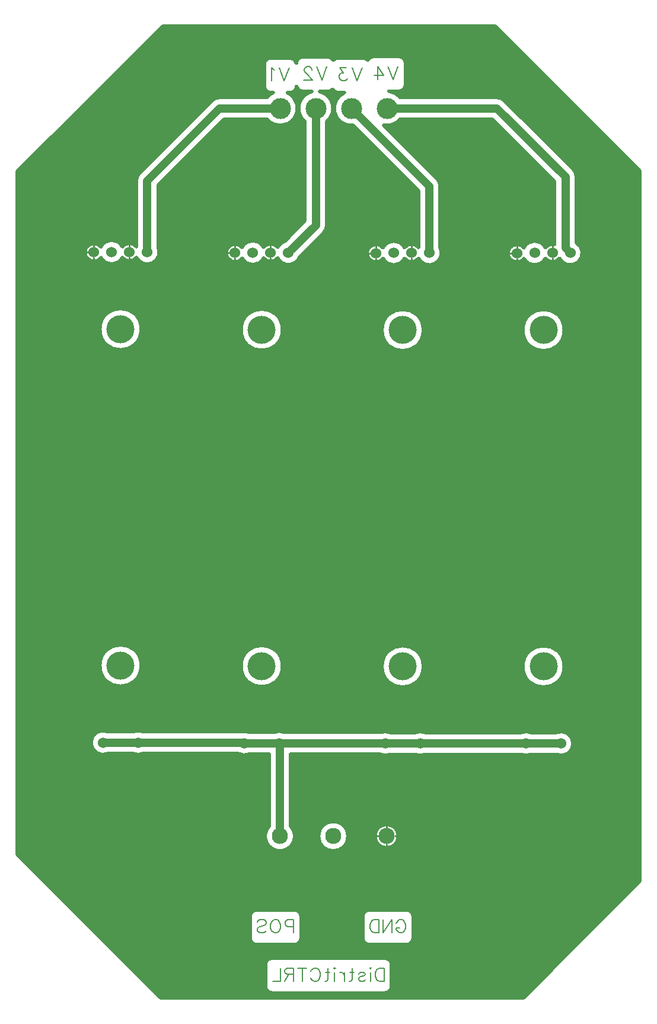
<source format=gbl>
G04 Layer: BottomLayer*
G04 EasyEDA Pro v2.2.45.4, 2025-12-09 12:56:18*
G04 Gerber Generator version 0.3*
G04 Scale: 100 percent, Rotated: No, Reflected: No*
G04 Dimensions in millimeters*
G04 Leading zeros omitted, absolute positions, 4 integers and 5 decimals*
G04 Generated by one-click*
%FSLAX45Y45*%
%MOMM*%
%ADD10C,0.5*%
%ADD11C,0.254*%
%ADD12C,0.203*%
%ADD13C,1.524*%
%ADD14C,3.99999*%
%ADD15C,2.3*%
%ADD16C,2.99999*%
%ADD17C,1.2062*%
%ADD18C,1.2*%
G75*


G04 Copper Start*
G36*
G01X2970355Y-14055000D02*
G01X2804075Y-13888720D01*
G01X4466596Y-13888720D01*
G01X4468426Y-13907303D01*
G01X4473847Y-13925172D01*
G01X4482649Y-13941640D01*
G01X4494495Y-13956075D01*
G01X4508930Y-13967921D01*
G01X4525398Y-13976723D01*
G01X4543267Y-13982144D01*
G01X4561850Y-13983974D01*
G01X6172200Y-13983974D01*
G01X6190783Y-13982144D01*
G01X6208652Y-13976723D01*
G01X6225120Y-13967921D01*
G01X6239555Y-13956075D01*
G01X6251401Y-13941640D01*
G01X6260203Y-13925172D01*
G01X6265624Y-13907303D01*
G01X6267454Y-13888720D01*
G01X6267454Y-13583920D01*
G01X6265624Y-13565337D01*
G01X6260203Y-13547468D01*
G01X6251401Y-13531000D01*
G01X6239555Y-13516565D01*
G01X6225120Y-13504719D01*
G01X6208652Y-13495917D01*
G01X6190783Y-13490496D01*
G01X6172200Y-13488666D01*
G01X4561850Y-13488666D01*
G01X4543267Y-13490496D01*
G01X4525398Y-13495917D01*
G01X4508930Y-13504719D01*
G01X4494495Y-13516565D01*
G01X4482649Y-13531000D01*
G01X4473847Y-13547468D01*
G01X4468426Y-13565337D01*
G01X4466596Y-13583920D01*
G01X4466596Y-13888720D01*
G01X4466596Y-13888720D01*
G01X2804075Y-13888720D01*
G01X2115355Y-13200000D01*
G01X4247292Y-13200000D01*
G01X4249122Y-13218583D01*
G01X4254543Y-13236452D01*
G01X4263345Y-13252920D01*
G01X4275191Y-13267355D01*
G01X4289626Y-13279201D01*
G01X4306094Y-13288003D01*
G01X4323963Y-13293424D01*
G01X4342546Y-13295254D01*
G01X4880000Y-13295254D01*
G01X4898583Y-13293424D01*
G01X4916452Y-13288003D01*
G01X4932920Y-13279201D01*
G01X4947355Y-13267355D01*
G01X4959201Y-13252920D01*
G01X4968003Y-13236452D01*
G01X4973424Y-13218583D01*
G01X4975254Y-13200000D01*
G01X5856182Y-13200000D01*
G01X5858012Y-13218583D01*
G01X5863433Y-13236452D01*
G01X5872235Y-13252920D01*
G01X5884081Y-13267355D01*
G01X5898516Y-13279201D01*
G01X5914984Y-13288003D01*
G01X5932853Y-13293424D01*
G01X5951436Y-13295254D01*
G01X6480000Y-13295254D01*
G01X6498583Y-13293424D01*
G01X6516452Y-13288003D01*
G01X6532920Y-13279201D01*
G01X6547355Y-13267355D01*
G01X6559201Y-13252920D01*
G01X6568003Y-13236452D01*
G01X6573424Y-13218583D01*
G01X6575254Y-13200000D01*
G01X6575254Y-12895200D01*
G01X6573424Y-12876617D01*
G01X6568003Y-12858748D01*
G01X6559201Y-12842280D01*
G01X6547355Y-12827845D01*
G01X6532920Y-12815999D01*
G01X6516452Y-12807197D01*
G01X6498583Y-12801776D01*
G01X6480000Y-12799946D01*
G01X5951436Y-12799946D01*
G01X5932853Y-12801776D01*
G01X5914984Y-12807197D01*
G01X5898516Y-12815999D01*
G01X5884081Y-12827845D01*
G01X5872235Y-12842280D01*
G01X5863433Y-12858748D01*
G01X5858012Y-12876617D01*
G01X5856182Y-12895200D01*
G01X5856182Y-13200000D01*
G01X5856182Y-13200000D01*
G01X4975254Y-13200000D01*
G01X4975254Y-12895200D01*
G01X4973424Y-12876617D01*
G01X4968003Y-12858748D01*
G01X4959201Y-12842280D01*
G01X4947355Y-12827845D01*
G01X4932920Y-12815999D01*
G01X4916452Y-12807197D01*
G01X4898583Y-12801776D01*
G01X4880000Y-12799946D01*
G01X4342546Y-12799946D01*
G01X4323963Y-12801776D01*
G01X4306094Y-12807197D01*
G01X4289626Y-12815999D01*
G01X4275191Y-12827845D01*
G01X4263345Y-12842280D01*
G01X4254543Y-12858748D01*
G01X4249122Y-12876617D01*
G01X4247292Y-12895200D01*
G01X4247292Y-13200000D01*
G01X4247292Y-13200000D01*
G01X2115355Y-13200000D01*
G01X925360Y-12010005D01*
G01X925360Y-10412285D01*
G01X1976247Y-10412285D01*
G01X1978009Y-10436805D01*
G01X1983260Y-10460820D01*
G01X1991891Y-10483838D01*
G01X2003725Y-10505384D01*
G01X2018518Y-10525017D01*
G01X2035968Y-10542332D01*
G01X2055714Y-10556974D01*
G01X2077351Y-10568642D01*
G01X2100434Y-10577096D01*
G01X2124489Y-10582161D01*
G01X2149021Y-10583734D01*
G01X2173526Y-10581783D01*
G01X2197501Y-10576348D01*
G01X2220451Y-10567540D01*
G01X2574949Y-10567540D01*
G01X2598321Y-10576475D01*
G01X2622744Y-10581914D01*
G01X2647700Y-10583739D01*
G01X2672655Y-10581914D01*
G01X2697078Y-10576475D01*
G01X2720450Y-10567540D01*
G01X4077339Y-10567540D01*
G01X4098604Y-10578182D01*
G01X4121137Y-10585780D01*
G01X4144504Y-10590187D01*
G01X4168257Y-10591319D01*
G01X4191937Y-10589153D01*
G01X4215090Y-10583732D01*
G01X4237271Y-10575160D01*
G01X4518346Y-10575160D01*
G01X4518346Y-11605715D01*
G01X4518346Y-11605715D01*
G01X4500564Y-11628063D01*
G01X4485975Y-11652614D01*
G01X4474847Y-11678915D01*
G01X4467386Y-11706482D01*
G01X4463730Y-11734806D01*
G01X4463945Y-11763364D01*
G01X4468029Y-11791629D01*
G01X4475906Y-11819080D01*
G01X4487430Y-11845210D01*
G01X4502388Y-11869538D01*
G01X4520506Y-11891614D01*
G01X4541448Y-11911031D01*
G01X4564828Y-11927431D01*
G01X4590215Y-11940512D01*
G01X4617140Y-11950031D01*
G01X4645107Y-11955814D01*
G01X4673600Y-11957754D01*
G01X4702093Y-11955814D01*
G01X4730060Y-11950031D01*
G01X4756985Y-11940512D01*
G01X4782372Y-11927431D01*
G01X4805752Y-11911031D01*
G01X4826694Y-11891614D01*
G01X4844812Y-11869538D01*
G01X4859770Y-11845210D01*
G01X4871294Y-11819080D01*
G01X4879171Y-11791629D01*
G01X4883255Y-11763364D01*
G01X4883374Y-11747500D01*
G01X5225346Y-11747500D01*
G01X5227304Y-11776130D01*
G01X5233143Y-11804226D01*
G01X5242753Y-11831265D01*
G01X5255955Y-11856745D01*
G01X5272504Y-11880189D01*
G01X5292091Y-11901161D01*
G01X5314351Y-11919271D01*
G01X5338870Y-11934181D01*
G01X5365190Y-11945614D01*
G01X5392823Y-11953356D01*
G01X5421252Y-11957264D01*
G01X5449948Y-11957264D01*
G01X5478377Y-11953356D01*
G01X5506010Y-11945614D01*
G01X5532330Y-11934181D01*
G01X5556849Y-11919271D01*
G01X5579109Y-11901161D01*
G01X5598696Y-11880189D01*
G01X5615245Y-11856745D01*
G01X5628447Y-11831265D01*
G01X5638057Y-11804226D01*
G01X5643896Y-11776130D01*
G01X5645854Y-11747500D01*
G01X6031946Y-11747500D01*
G01X6033796Y-11772189D01*
G01X6039306Y-11796327D01*
G01X6048351Y-11819374D01*
G01X6060730Y-11840816D01*
G01X6076167Y-11860173D01*
G01X6094317Y-11877013D01*
G01X6114773Y-11890960D01*
G01X6137080Y-11901703D01*
G01X6160739Y-11909000D01*
G01X6185221Y-11912691D01*
G01X6209979Y-11912691D01*
G01X6234461Y-11909000D01*
G01X6258120Y-11901703D01*
G01X6280427Y-11890960D01*
G01X6300883Y-11877013D01*
G01X6319033Y-11860173D01*
G01X6334470Y-11840816D01*
G01X6346849Y-11819374D01*
G01X6355894Y-11796327D01*
G01X6361404Y-11772189D01*
G01X6363254Y-11747500D01*
G01X6361404Y-11722811D01*
G01X6355894Y-11698673D01*
G01X6346849Y-11675626D01*
G01X6334470Y-11654184D01*
G01X6319033Y-11634827D01*
G01X6300883Y-11617987D01*
G01X6280427Y-11604040D01*
G01X6258120Y-11593297D01*
G01X6234461Y-11586000D01*
G01X6209979Y-11582309D01*
G01X6185221Y-11582309D01*
G01X6160739Y-11586000D01*
G01X6137080Y-11593297D01*
G01X6114773Y-11604040D01*
G01X6094317Y-11617987D01*
G01X6076167Y-11634827D01*
G01X6060730Y-11654184D01*
G01X6048351Y-11675626D01*
G01X6039306Y-11698673D01*
G01X6033796Y-11722811D01*
G01X6031946Y-11747500D01*
G01X6031946Y-11747500D01*
G01X5645854Y-11747500D01*
G01X5645854Y-11747500D01*
G01X5643896Y-11718870D01*
G01X5638057Y-11690774D01*
G01X5628447Y-11663735D01*
G01X5615245Y-11638255D01*
G01X5598696Y-11614811D01*
G01X5579109Y-11593839D01*
G01X5556849Y-11575729D01*
G01X5532330Y-11560819D01*
G01X5506010Y-11549386D01*
G01X5478377Y-11541644D01*
G01X5449948Y-11537736D01*
G01X5421252Y-11537736D01*
G01X5392823Y-11541644D01*
G01X5365190Y-11549386D01*
G01X5338870Y-11560819D01*
G01X5314351Y-11575729D01*
G01X5292091Y-11593839D01*
G01X5272504Y-11614811D01*
G01X5255955Y-11638255D01*
G01X5242753Y-11663735D01*
G01X5233143Y-11690774D01*
G01X5227304Y-11718870D01*
G01X5225346Y-11747500D01*
G01X5225346Y-11747500D01*
G01X4883374Y-11747500D01*
G01X4883470Y-11734806D01*
G01X4879814Y-11706482D01*
G01X4872353Y-11678915D01*
G01X4861225Y-11652614D01*
G01X4846636Y-11628063D01*
G01X4828854Y-11605715D01*
G01X4828854Y-10575160D01*
G01X6093471Y-10575160D01*
G01X6114361Y-10584899D01*
G01X6136369Y-10591748D01*
G01X6159096Y-10595584D01*
G01X6182133Y-10596337D01*
G01X6205062Y-10593993D01*
G01X6227470Y-10588595D01*
G01X6248951Y-10580240D01*
G01X6603449Y-10580240D01*
G01X6626821Y-10589175D01*
G01X6651244Y-10594614D01*
G01X6676200Y-10596439D01*
G01X6701155Y-10594614D01*
G01X6725578Y-10589175D01*
G01X6748950Y-10580240D01*
G01X8115130Y-10580240D01*
G01X8138502Y-10589175D01*
G01X8162925Y-10594614D01*
G01X8187881Y-10596439D01*
G01X8212836Y-10594614D01*
G01X8237259Y-10589175D01*
G01X8260631Y-10580240D01*
G01X8615129Y-10580240D01*
G01X8638079Y-10589048D01*
G01X8662054Y-10594483D01*
G01X8686559Y-10596434D01*
G01X8711091Y-10594861D01*
G01X8735146Y-10589796D01*
G01X8758229Y-10581342D01*
G01X8779866Y-10569674D01*
G01X8799612Y-10555032D01*
G01X8817062Y-10537717D01*
G01X8831855Y-10518084D01*
G01X8843689Y-10496538D01*
G01X8852320Y-10473520D01*
G01X8857571Y-10449505D01*
G01X8859333Y-10424985D01*
G01X8857571Y-10400466D01*
G01X8852320Y-10376451D01*
G01X8843689Y-10353433D01*
G01X8831855Y-10331887D01*
G01X8817062Y-10312254D01*
G01X8799612Y-10294939D01*
G01X8779866Y-10280297D01*
G01X8758229Y-10268629D01*
G01X8735146Y-10260175D01*
G01X8711091Y-10255110D01*
G01X8686559Y-10253537D01*
G01X8662054Y-10255488D01*
G01X8638079Y-10260923D01*
G01X8615129Y-10269731D01*
G01X8260631Y-10269731D01*
G01X8237259Y-10260796D01*
G01X8212836Y-10255357D01*
G01X8187881Y-10253532D01*
G01X8162925Y-10255357D01*
G01X8138502Y-10260796D01*
G01X8115130Y-10269731D01*
G01X6748950Y-10269731D01*
G01X6725578Y-10260796D01*
G01X6701155Y-10255357D01*
G01X6676200Y-10253532D01*
G01X6651244Y-10255357D01*
G01X6626821Y-10260796D01*
G01X6603449Y-10269731D01*
G01X6248951Y-10269731D01*
G01X6227657Y-10261435D01*
G01X6205448Y-10256045D01*
G01X6182720Y-10253656D01*
G01X6159877Y-10254310D01*
G01X6137323Y-10257998D01*
G01X6115460Y-10264651D01*
G01X4737270Y-10264651D01*
G01X4713898Y-10255716D01*
G01X4689475Y-10250277D01*
G01X4664520Y-10248452D01*
G01X4639564Y-10250277D01*
G01X4615141Y-10255716D01*
G01X4591769Y-10264651D01*
G01X4237271Y-10264651D01*
G01X4213059Y-10255466D01*
G01X4187740Y-10250031D01*
G01X4161891Y-10248472D01*
G01X4136103Y-10250823D01*
G01X4110962Y-10257031D01*
G01X2720450Y-10257031D01*
G01X2697078Y-10248096D01*
G01X2672655Y-10242657D01*
G01X2647700Y-10240832D01*
G01X2622744Y-10242657D01*
G01X2598321Y-10248096D01*
G01X2574949Y-10257031D01*
G01X2220451Y-10257031D01*
G01X2197501Y-10248223D01*
G01X2173526Y-10242788D01*
G01X2149021Y-10240837D01*
G01X2124489Y-10242410D01*
G01X2100434Y-10247475D01*
G01X2077351Y-10255929D01*
G01X2055714Y-10267597D01*
G01X2035968Y-10282239D01*
G01X2018518Y-10299554D01*
G01X2003725Y-10319187D01*
G01X1991891Y-10340733D01*
G01X1983260Y-10363751D01*
G01X1978009Y-10387766D01*
G01X1976247Y-10412285D01*
G01X925360Y-10412285D01*
G01X925360Y-9312288D01*
G01X2102446Y-9312288D01*
G01X2104443Y-9346565D01*
G01X2110405Y-9380378D01*
G01X2120252Y-9413270D01*
G01X2133852Y-9444797D01*
G01X2151019Y-9474532D01*
G01X2171523Y-9502073D01*
G01X2195085Y-9527047D01*
G01X2221387Y-9549118D01*
G01X2250073Y-9567985D01*
G01X2280756Y-9583394D01*
G01X2313020Y-9595138D01*
G01X2346430Y-9603056D01*
G01X2380533Y-9607042D01*
G01X2414867Y-9607042D01*
G01X2448970Y-9603056D01*
G01X2482380Y-9595138D01*
G01X2514644Y-9583394D01*
G01X2545327Y-9567985D01*
G01X2574013Y-9549118D01*
G01X2600315Y-9527047D01*
G01X2623877Y-9502073D01*
G01X2644381Y-9474532D01*
G01X2661548Y-9444797D01*
G01X2675148Y-9413270D01*
G01X2684995Y-9380378D01*
G01X2690957Y-9346565D01*
G01X2692510Y-9319908D01*
G01X4119266Y-9319908D01*
G01X4121263Y-9354185D01*
G01X4127225Y-9387998D01*
G01X4137072Y-9420890D01*
G01X4150672Y-9452417D01*
G01X4167839Y-9482152D01*
G01X4188343Y-9509693D01*
G01X4211905Y-9534667D01*
G01X4238207Y-9556738D01*
G01X4266893Y-9575605D01*
G01X4297576Y-9591014D01*
G01X4329840Y-9602758D01*
G01X4363250Y-9610676D01*
G01X4397353Y-9614662D01*
G01X4431687Y-9614662D01*
G01X4465790Y-9610676D01*
G01X4499200Y-9602758D01*
G01X4531464Y-9591014D01*
G01X4562147Y-9575605D01*
G01X4590833Y-9556738D01*
G01X4617135Y-9534667D01*
G01X4640697Y-9509693D01*
G01X4661201Y-9482152D01*
G01X4678368Y-9452417D01*
G01X4691968Y-9420890D01*
G01X4701815Y-9387998D01*
G01X4707777Y-9354185D01*
G01X4709478Y-9324988D01*
G01X6130946Y-9324988D01*
G01X6132943Y-9359265D01*
G01X6138905Y-9393078D01*
G01X6148752Y-9425970D01*
G01X6162352Y-9457497D01*
G01X6179519Y-9487232D01*
G01X6200023Y-9514773D01*
G01X6223585Y-9539747D01*
G01X6249887Y-9561818D01*
G01X6278573Y-9580685D01*
G01X6309256Y-9596094D01*
G01X6341520Y-9607838D01*
G01X6374930Y-9615756D01*
G01X6409033Y-9619742D01*
G01X6443367Y-9619742D01*
G01X6477470Y-9615756D01*
G01X6510880Y-9607838D01*
G01X6543144Y-9596094D01*
G01X6573827Y-9580685D01*
G01X6602513Y-9561818D01*
G01X6628815Y-9539747D01*
G01X6652377Y-9514773D01*
G01X6672881Y-9487232D01*
G01X6690048Y-9457497D01*
G01X6703648Y-9425970D01*
G01X6713495Y-9393078D01*
G01X6719457Y-9359265D01*
G01X6721454Y-9324988D01*
G01X8142626Y-9324988D01*
G01X8144623Y-9359265D01*
G01X8150585Y-9393078D01*
G01X8160432Y-9425970D01*
G01X8174032Y-9457497D01*
G01X8191199Y-9487232D01*
G01X8211703Y-9514773D01*
G01X8235265Y-9539747D01*
G01X8261567Y-9561818D01*
G01X8290253Y-9580685D01*
G01X8320936Y-9596094D01*
G01X8353200Y-9607838D01*
G01X8386610Y-9615756D01*
G01X8420713Y-9619742D01*
G01X8455047Y-9619742D01*
G01X8489150Y-9615756D01*
G01X8522560Y-9607838D01*
G01X8554824Y-9596094D01*
G01X8585507Y-9580685D01*
G01X8614193Y-9561818D01*
G01X8640495Y-9539747D01*
G01X8664057Y-9514773D01*
G01X8684561Y-9487232D01*
G01X8701728Y-9457497D01*
G01X8715328Y-9425970D01*
G01X8725175Y-9393078D01*
G01X8731137Y-9359265D01*
G01X8733134Y-9324988D01*
G01X8731137Y-9290711D01*
G01X8725175Y-9256898D01*
G01X8715328Y-9224005D01*
G01X8701728Y-9192478D01*
G01X8684561Y-9162743D01*
G01X8664057Y-9135202D01*
G01X8640495Y-9110228D01*
G01X8614193Y-9088158D01*
G01X8585507Y-9069291D01*
G01X8554824Y-9053881D01*
G01X8522560Y-9042138D01*
G01X8489150Y-9034220D01*
G01X8455047Y-9030234D01*
G01X8420713Y-9030234D01*
G01X8386610Y-9034220D01*
G01X8353200Y-9042138D01*
G01X8320936Y-9053881D01*
G01X8290253Y-9069291D01*
G01X8261567Y-9088158D01*
G01X8235265Y-9110228D01*
G01X8211703Y-9135202D01*
G01X8191199Y-9162743D01*
G01X8174032Y-9192478D01*
G01X8160432Y-9224005D01*
G01X8150585Y-9256898D01*
G01X8144623Y-9290711D01*
G01X8142626Y-9324988D01*
G01X8142626Y-9324988D01*
G01X6721454Y-9324988D01*
G01X6719457Y-9290711D01*
G01X6713495Y-9256898D01*
G01X6703648Y-9224005D01*
G01X6690048Y-9192478D01*
G01X6672881Y-9162743D01*
G01X6652377Y-9135202D01*
G01X6628815Y-9110228D01*
G01X6602513Y-9088158D01*
G01X6573827Y-9069291D01*
G01X6543144Y-9053881D01*
G01X6510880Y-9042138D01*
G01X6477470Y-9034220D01*
G01X6443367Y-9030234D01*
G01X6409033Y-9030234D01*
G01X6374930Y-9034220D01*
G01X6341520Y-9042138D01*
G01X6309256Y-9053881D01*
G01X6278573Y-9069291D01*
G01X6249887Y-9088158D01*
G01X6223585Y-9110228D01*
G01X6200023Y-9135202D01*
G01X6179519Y-9162743D01*
G01X6162352Y-9192478D01*
G01X6148752Y-9224005D01*
G01X6138905Y-9256898D01*
G01X6132943Y-9290711D01*
G01X6130946Y-9324988D01*
G01X6130946Y-9324988D01*
G01X4709478Y-9324988D01*
G01X4709774Y-9319908D01*
G01X4707777Y-9285631D01*
G01X4701815Y-9251818D01*
G01X4691968Y-9218925D01*
G01X4678368Y-9187398D01*
G01X4661201Y-9157663D01*
G01X4640697Y-9130122D01*
G01X4617135Y-9105148D01*
G01X4590833Y-9083078D01*
G01X4562147Y-9064211D01*
G01X4531464Y-9048801D01*
G01X4499200Y-9037058D01*
G01X4465790Y-9029140D01*
G01X4431687Y-9025154D01*
G01X4397353Y-9025154D01*
G01X4363250Y-9029140D01*
G01X4329840Y-9037058D01*
G01X4297576Y-9048801D01*
G01X4266893Y-9064211D01*
G01X4238207Y-9083078D01*
G01X4211905Y-9105148D01*
G01X4188343Y-9130122D01*
G01X4167839Y-9157663D01*
G01X4150672Y-9187398D01*
G01X4137072Y-9218925D01*
G01X4127225Y-9251818D01*
G01X4121263Y-9285631D01*
G01X4119266Y-9319908D01*
G01X4119266Y-9319908D01*
G01X2692510Y-9319908D01*
G01X2692954Y-9312288D01*
G01X2690957Y-9278011D01*
G01X2684995Y-9244198D01*
G01X2675148Y-9211305D01*
G01X2661548Y-9179778D01*
G01X2644381Y-9150043D01*
G01X2623877Y-9122502D01*
G01X2600315Y-9097528D01*
G01X2574013Y-9075458D01*
G01X2545327Y-9056591D01*
G01X2514644Y-9041181D01*
G01X2482380Y-9029438D01*
G01X2448970Y-9021520D01*
G01X2414867Y-9017534D01*
G01X2380533Y-9017534D01*
G01X2346430Y-9021520D01*
G01X2313020Y-9029438D01*
G01X2280756Y-9041181D01*
G01X2250073Y-9056591D01*
G01X2221387Y-9075458D01*
G01X2195085Y-9097528D01*
G01X2171523Y-9122502D01*
G01X2151019Y-9150043D01*
G01X2133852Y-9179778D01*
G01X2120252Y-9211305D01*
G01X2110405Y-9244198D01*
G01X2104443Y-9278011D01*
G01X2102446Y-9312288D01*
G01X2102446Y-9312288D01*
G01X925360Y-9312288D01*
G01X925360Y-4512297D01*
G01X2102446Y-4512297D01*
G01X2104443Y-4546574D01*
G01X2110405Y-4580387D01*
G01X2120252Y-4613280D01*
G01X2133852Y-4644807D01*
G01X2151019Y-4674542D01*
G01X2171523Y-4702083D01*
G01X2195085Y-4727057D01*
G01X2221387Y-4749127D01*
G01X2250073Y-4767994D01*
G01X2280756Y-4783404D01*
G01X2313020Y-4795147D01*
G01X2346430Y-4803065D01*
G01X2380533Y-4807051D01*
G01X2414867Y-4807051D01*
G01X2448970Y-4803065D01*
G01X2482380Y-4795147D01*
G01X2514644Y-4783404D01*
G01X2545327Y-4767994D01*
G01X2574013Y-4749127D01*
G01X2600315Y-4727057D01*
G01X2623877Y-4702083D01*
G01X2644381Y-4674542D01*
G01X2661548Y-4644807D01*
G01X2675148Y-4613280D01*
G01X2684995Y-4580387D01*
G01X2690957Y-4546574D01*
G01X2692510Y-4519917D01*
G01X4119266Y-4519917D01*
G01X4121263Y-4554194D01*
G01X4127225Y-4588007D01*
G01X4137072Y-4620900D01*
G01X4150672Y-4652427D01*
G01X4167839Y-4682162D01*
G01X4188343Y-4709703D01*
G01X4211905Y-4734677D01*
G01X4238207Y-4756747D01*
G01X4266893Y-4775614D01*
G01X4297576Y-4791024D01*
G01X4329840Y-4802767D01*
G01X4363250Y-4810685D01*
G01X4397353Y-4814671D01*
G01X4431687Y-4814671D01*
G01X4465790Y-4810685D01*
G01X4499200Y-4802767D01*
G01X4531464Y-4791024D01*
G01X4562147Y-4775614D01*
G01X4590833Y-4756747D01*
G01X4617135Y-4734677D01*
G01X4640697Y-4709703D01*
G01X4661201Y-4682162D01*
G01X4678368Y-4652427D01*
G01X4691968Y-4620900D01*
G01X4701815Y-4588007D01*
G01X4707777Y-4554194D01*
G01X4709478Y-4524997D01*
G01X6130946Y-4524997D01*
G01X6132943Y-4559274D01*
G01X6138905Y-4593087D01*
G01X6148752Y-4625980D01*
G01X6162352Y-4657507D01*
G01X6179519Y-4687242D01*
G01X6200023Y-4714783D01*
G01X6223585Y-4739757D01*
G01X6249887Y-4761827D01*
G01X6278573Y-4780694D01*
G01X6309256Y-4796104D01*
G01X6341520Y-4807847D01*
G01X6374930Y-4815765D01*
G01X6409033Y-4819751D01*
G01X6443367Y-4819751D01*
G01X6477470Y-4815765D01*
G01X6510880Y-4807847D01*
G01X6543144Y-4796104D01*
G01X6573827Y-4780694D01*
G01X6602513Y-4761827D01*
G01X6628815Y-4739757D01*
G01X6652377Y-4714783D01*
G01X6672881Y-4687242D01*
G01X6690048Y-4657507D01*
G01X6703648Y-4625980D01*
G01X6713495Y-4593087D01*
G01X6719457Y-4559274D01*
G01X6721454Y-4524997D01*
G01X8142626Y-4524997D01*
G01X8144623Y-4559274D01*
G01X8150585Y-4593087D01*
G01X8160432Y-4625980D01*
G01X8174032Y-4657507D01*
G01X8191199Y-4687242D01*
G01X8211703Y-4714783D01*
G01X8235265Y-4739757D01*
G01X8261567Y-4761827D01*
G01X8290253Y-4780694D01*
G01X8320936Y-4796104D01*
G01X8353200Y-4807847D01*
G01X8386610Y-4815765D01*
G01X8420713Y-4819751D01*
G01X8455047Y-4819751D01*
G01X8489150Y-4815765D01*
G01X8522560Y-4807847D01*
G01X8554824Y-4796104D01*
G01X8585507Y-4780694D01*
G01X8614193Y-4761827D01*
G01X8640495Y-4739757D01*
G01X8664057Y-4714783D01*
G01X8684561Y-4687242D01*
G01X8701728Y-4657507D01*
G01X8715328Y-4625980D01*
G01X8725175Y-4593087D01*
G01X8731137Y-4559274D01*
G01X8733134Y-4524997D01*
G01X8731137Y-4490720D01*
G01X8725175Y-4456907D01*
G01X8715328Y-4424015D01*
G01X8701728Y-4392488D01*
G01X8684561Y-4362753D01*
G01X8664057Y-4335212D01*
G01X8640495Y-4310238D01*
G01X8614193Y-4288167D01*
G01X8585507Y-4269300D01*
G01X8554824Y-4253891D01*
G01X8522560Y-4242147D01*
G01X8489150Y-4234229D01*
G01X8455047Y-4230243D01*
G01X8420713Y-4230243D01*
G01X8386610Y-4234229D01*
G01X8353200Y-4242147D01*
G01X8320936Y-4253891D01*
G01X8290253Y-4269300D01*
G01X8261567Y-4288167D01*
G01X8235265Y-4310238D01*
G01X8211703Y-4335212D01*
G01X8191199Y-4362753D01*
G01X8174032Y-4392488D01*
G01X8160432Y-4424015D01*
G01X8150585Y-4456907D01*
G01X8144623Y-4490720D01*
G01X8142626Y-4524997D01*
G01X8142626Y-4524997D01*
G01X6721454Y-4524997D01*
G01X6721454Y-4524997D01*
G01X6719457Y-4490720D01*
G01X6713495Y-4456907D01*
G01X6703648Y-4424015D01*
G01X6690048Y-4392488D01*
G01X6672881Y-4362753D01*
G01X6652377Y-4335212D01*
G01X6628815Y-4310238D01*
G01X6602513Y-4288167D01*
G01X6573827Y-4269300D01*
G01X6543144Y-4253891D01*
G01X6510880Y-4242147D01*
G01X6477470Y-4234229D01*
G01X6443367Y-4230243D01*
G01X6409033Y-4230243D01*
G01X6374930Y-4234229D01*
G01X6341520Y-4242147D01*
G01X6309256Y-4253891D01*
G01X6278573Y-4269300D01*
G01X6249887Y-4288167D01*
G01X6223585Y-4310238D01*
G01X6200023Y-4335212D01*
G01X6179519Y-4362753D01*
G01X6162352Y-4392488D01*
G01X6148752Y-4424015D01*
G01X6138905Y-4456907D01*
G01X6132943Y-4490720D01*
G01X6130946Y-4524997D01*
G01X6130946Y-4524997D01*
G01X4709478Y-4524997D01*
G01X4709774Y-4519917D01*
G01X4707777Y-4485640D01*
G01X4701815Y-4451827D01*
G01X4691968Y-4418935D01*
G01X4678368Y-4387408D01*
G01X4661201Y-4357673D01*
G01X4640697Y-4330132D01*
G01X4617135Y-4305158D01*
G01X4590833Y-4283087D01*
G01X4562147Y-4264220D01*
G01X4531464Y-4248811D01*
G01X4499200Y-4237067D01*
G01X4465790Y-4229149D01*
G01X4431687Y-4225163D01*
G01X4397353Y-4225163D01*
G01X4363250Y-4229149D01*
G01X4329840Y-4237067D01*
G01X4297576Y-4248811D01*
G01X4266893Y-4264220D01*
G01X4238207Y-4283087D01*
G01X4211905Y-4305158D01*
G01X4188343Y-4330132D01*
G01X4167839Y-4357673D01*
G01X4150672Y-4387408D01*
G01X4137072Y-4418935D01*
G01X4127225Y-4451827D01*
G01X4121263Y-4485640D01*
G01X4119266Y-4519917D01*
G01X4119266Y-4519917D01*
G01X2692510Y-4519917D01*
G01X2692954Y-4512297D01*
G01X2690957Y-4478020D01*
G01X2684995Y-4444207D01*
G01X2675148Y-4411315D01*
G01X2661548Y-4379788D01*
G01X2644381Y-4350053D01*
G01X2623877Y-4322512D01*
G01X2600315Y-4297538D01*
G01X2574013Y-4275467D01*
G01X2545327Y-4256600D01*
G01X2514644Y-4241191D01*
G01X2482380Y-4229447D01*
G01X2448970Y-4221529D01*
G01X2414867Y-4217543D01*
G01X2380533Y-4217543D01*
G01X2346430Y-4221529D01*
G01X2313020Y-4229447D01*
G01X2280756Y-4241191D01*
G01X2250073Y-4256600D01*
G01X2221387Y-4275467D01*
G01X2195085Y-4297538D01*
G01X2171523Y-4322512D01*
G01X2151019Y-4350053D01*
G01X2133852Y-4379788D01*
G01X2120252Y-4411315D01*
G01X2110405Y-4444207D01*
G01X2104443Y-4478020D01*
G01X2102446Y-4512297D01*
G01X2102446Y-4512297D01*
G01X925360Y-4512297D01*
G01X925360Y-3418297D01*
G01X1889863Y-3418297D01*
G01X1892216Y-3440702D01*
G01X1898496Y-3462337D01*
G01X1908503Y-3482520D01*
G01X1921923Y-3500615D01*
G01X1938332Y-3516050D01*
G01X1957213Y-3528340D01*
G01X1977969Y-3537096D01*
G01X1999948Y-3542042D01*
G01X2022454Y-3543023D01*
G01X2044779Y-3540007D01*
G01X2066219Y-3533089D01*
G01X2086097Y-3522488D01*
G01X2103786Y-3508538D01*
G01X2118729Y-3491679D01*
G01X2131924Y-3512985D01*
G01X2148084Y-3532140D01*
G01X2166864Y-3548734D01*
G01X2187862Y-3562414D01*
G01X2210630Y-3572886D01*
G01X2234682Y-3579927D01*
G01X2259503Y-3583387D01*
G01X2284563Y-3583192D01*
G01X2309327Y-3579346D01*
G01X2333266Y-3571930D01*
G01X2355868Y-3561105D01*
G01X2376650Y-3547100D01*
G01X2395169Y-3530215D01*
G01X2411029Y-3510810D01*
G01X2423890Y-3489301D01*
G01X2438092Y-3504987D01*
G01X2454704Y-3518094D01*
G01X2473264Y-3528257D01*
G01X2493254Y-3535194D01*
G01X2514120Y-3538711D01*
G01X2535280Y-3538711D01*
G01X2556145Y-3535194D01*
G01X2576136Y-3528257D01*
G01X2594695Y-3518094D01*
G01X2611307Y-3504987D01*
G01X2625509Y-3489301D01*
G01X2637904Y-3510143D01*
G01X2653116Y-3529027D01*
G01X2670839Y-3545576D01*
G01X2690719Y-3559459D01*
G01X2712360Y-3570399D01*
G01X2735327Y-3578177D01*
G01X2759162Y-3582637D01*
G01X2783388Y-3583689D01*
G01X2807519Y-3581314D01*
G01X2831075Y-3575558D01*
G01X2853583Y-3566536D01*
G01X2874592Y-3554429D01*
G01X2893684Y-3539480D01*
G01X2910476Y-3521987D01*
G01X2924632Y-3502299D01*
G01X2935870Y-3480812D01*
G01X2943963Y-3457954D01*
G01X2948751Y-3434183D01*
G01X2950137Y-3409974D01*
G01X2948095Y-3385812D01*
G01X2942664Y-3362179D01*
G01X2933953Y-3339549D01*
G01X2933953Y-2457049D01*
G01X3875748Y-1515254D01*
G01X4488143Y-1515254D01*
G01X4509623Y-1538322D01*
G01X4533884Y-1558444D01*
G01X4560526Y-1575289D01*
G01X4589108Y-1588577D01*
G01X4619158Y-1598090D01*
G01X4650180Y-1603671D01*
G01X4681661Y-1605226D01*
G01X4713082Y-1602732D01*
G01X4743924Y-1596228D01*
G01X4773677Y-1585822D01*
G01X4801849Y-1571686D01*
G01X4827976Y-1554053D01*
G01X4851625Y-1533216D01*
G01X4872407Y-1509517D01*
G01X4889978Y-1483349D01*
G01X4904047Y-1455143D01*
G01X4914383Y-1425366D01*
G01X4920814Y-1394509D01*
G01X4923234Y-1363082D01*
G01X4921604Y-1331604D01*
G01X4915951Y-1300595D01*
G01X4906367Y-1270568D01*
G01X4893010Y-1242017D01*
G01X4876103Y-1215416D01*
G01X4855923Y-1191202D01*
G01X4832805Y-1169777D01*
G01X4807130Y-1151493D01*
G01X4779321Y-1136654D01*
G01X4815840Y-1136654D01*
G01X4833941Y-1134918D01*
G01X4851382Y-1129775D01*
G01X4867528Y-1121410D01*
G01X4881791Y-1110130D01*
G01X4893650Y-1096345D01*
G01X4902673Y-1080558D01*
G01X4908532Y-1063344D01*
G01X4911013Y-1045330D01*
G01X4916512Y-1063086D01*
G01X4925356Y-1079436D01*
G01X4937206Y-1093756D01*
G01X4951611Y-1105503D01*
G01X4968024Y-1114229D01*
G01X4985819Y-1119600D01*
G01X5004318Y-1121414D01*
G01X5129201Y-1121414D01*
G01X5100250Y-1130225D01*
G01X5072605Y-1142535D01*
G01X5046687Y-1158155D01*
G01X5022890Y-1176849D01*
G01X5001575Y-1198331D01*
G01X4983069Y-1222274D01*
G01X4967652Y-1248314D01*
G01X4955560Y-1276054D01*
G01X4946976Y-1305073D01*
G01X4942031Y-1334928D01*
G01X4940801Y-1365164D01*
G01X4943303Y-1395322D01*
G01X4949501Y-1424942D01*
G01X4959299Y-1453574D01*
G01X4972549Y-1480781D01*
G01X4989048Y-1506149D01*
G01X5008546Y-1529291D01*
G01X5030746Y-1549857D01*
G01X5030746Y-2965130D01*
G01X4737180Y-3258696D01*
G01X4713507Y-3269353D01*
G01X4691713Y-3283462D01*
G01X4672300Y-3300699D01*
G01X4655712Y-3320671D01*
G01X4642329Y-3342918D01*
G01X4628127Y-3327232D01*
G01X4611515Y-3314125D01*
G01X4592956Y-3303962D01*
G01X4572965Y-3297025D01*
G01X4552100Y-3293508D01*
G01X4530940Y-3293508D01*
G01X4510074Y-3297025D01*
G01X4490084Y-3303962D01*
G01X4471524Y-3314125D01*
G01X4454912Y-3327232D01*
G01X4440710Y-3342918D01*
G01X4427641Y-3321114D01*
G01X4411493Y-3301483D01*
G01X4392619Y-3284455D01*
G01X4371435Y-3270404D01*
G01X4348406Y-3259641D01*
G01X4324039Y-3252400D01*
G01X4298870Y-3248842D01*
G01X4273451Y-3249044D01*
G01X4248341Y-3253002D01*
G01X4224092Y-3260629D01*
G01X4201238Y-3271758D01*
G01X4180280Y-3286144D01*
G01X4161679Y-3303470D01*
G01X4145845Y-3323356D01*
G01X4133125Y-3345364D01*
G01X4117659Y-3328984D01*
G01X4099539Y-3315598D01*
G01X4079337Y-3305628D01*
G01X4057690Y-3299389D01*
G01X4035281Y-3297078D01*
G01X4012816Y-3298767D01*
G01X3991005Y-3304403D01*
G01X3970534Y-3313808D01*
G01X3952050Y-3326686D01*
G01X3936135Y-3342630D01*
G01X3923292Y-3361139D01*
G01X3913925Y-3381627D01*
G01X3908329Y-3403449D01*
G01X3906683Y-3425917D01*
G01X3909036Y-3448322D01*
G01X3915316Y-3469957D01*
G01X3925323Y-3490140D01*
G01X3938743Y-3508235D01*
G01X3955152Y-3523670D01*
G01X3974033Y-3535960D01*
G01X3994789Y-3544716D01*
G01X4016768Y-3549662D01*
G01X4039274Y-3550643D01*
G01X4061599Y-3547627D01*
G01X4083039Y-3540709D01*
G01X4102917Y-3530108D01*
G01X4120606Y-3516158D01*
G01X4135549Y-3499299D01*
G01X4148744Y-3520605D01*
G01X4164904Y-3539760D01*
G01X4183684Y-3556354D01*
G01X4204682Y-3570034D01*
G01X4227450Y-3580506D01*
G01X4251502Y-3587547D01*
G01X4276323Y-3591007D01*
G01X4301383Y-3590812D01*
G01X4326147Y-3586966D01*
G01X4350086Y-3579550D01*
G01X4372688Y-3568725D01*
G01X4393470Y-3554720D01*
G01X4411989Y-3537835D01*
G01X4427849Y-3518430D01*
G01X4440710Y-3496921D01*
G01X4454912Y-3512607D01*
G01X4471524Y-3525714D01*
G01X4490084Y-3535877D01*
G01X4510074Y-3542814D01*
G01X4530940Y-3546331D01*
G01X4552100Y-3546331D01*
G01X4572965Y-3542814D01*
G01X4592956Y-3535877D01*
G01X4611515Y-3525714D01*
G01X4628127Y-3512607D01*
G01X4642329Y-3496921D01*
G01X4655116Y-3518324D01*
G01X4670872Y-3537646D01*
G01X4689263Y-3554478D01*
G01X4709901Y-3568466D01*
G01X4732349Y-3579312D01*
G01X4756133Y-3586788D01*
G01X4780750Y-3590736D01*
G01X4805679Y-3591072D01*
G01X4830393Y-3587789D01*
G01X4854370Y-3580957D01*
G01X4877102Y-3570720D01*
G01X4898109Y-3557294D01*
G01X4916948Y-3540963D01*
G01X4933218Y-3522073D01*
G01X4946578Y-3501023D01*
G01X4956743Y-3478258D01*
G01X5295781Y-3139220D01*
G01X5311603Y-3120695D01*
G01X5324332Y-3099923D01*
G01X5333655Y-3077415D01*
G01X5339343Y-3053726D01*
G01X5341254Y-3029439D01*
G01X5341254Y-1549857D01*
G01X5363454Y-1529291D01*
G01X5382952Y-1506149D01*
G01X5399451Y-1480781D01*
G01X5412701Y-1453574D01*
G01X5422499Y-1424942D01*
G01X5428697Y-1395322D01*
G01X5431199Y-1365164D01*
G01X5429969Y-1334928D01*
G01X5425024Y-1305073D01*
G01X5416440Y-1276054D01*
G01X5404348Y-1248314D01*
G01X5388931Y-1222274D01*
G01X5370425Y-1198331D01*
G01X5349110Y-1176849D01*
G01X5325313Y-1158155D01*
G01X5299395Y-1142535D01*
G01X5271750Y-1130225D01*
G01X5242799Y-1121414D01*
G01X5354320Y-1121414D01*
G01X5370232Y-1120076D01*
G01X5385696Y-1116098D01*
G01X5400279Y-1109593D01*
G01X5413570Y-1100744D01*
G01X5425196Y-1089799D01*
G01X5434750Y-1103197D01*
G01X5446468Y-1114750D01*
G01X5459999Y-1124115D01*
G01X5474939Y-1131011D01*
G01X5490844Y-1135233D01*
G01X5507238Y-1136654D01*
G01X5592679Y-1136654D01*
G01X5565001Y-1151413D01*
G01X5539433Y-1169584D01*
G01X5516393Y-1190869D01*
G01X5496259Y-1214921D01*
G01X5479359Y-1241346D01*
G01X5465970Y-1269712D01*
G01X5456312Y-1299555D01*
G01X5450541Y-1330387D01*
G01X5448752Y-1361703D01*
G01X5450975Y-1392991D01*
G01X5457174Y-1423739D01*
G01X5467246Y-1453445D01*
G01X5481027Y-1481622D01*
G01X5498292Y-1507810D01*
G01X5518759Y-1531581D01*
G01X5542091Y-1552544D01*
G01X5567909Y-1570358D01*
G01X5595789Y-1584731D01*
G01X5625276Y-1595428D01*
G01X5655887Y-1602274D01*
G01X5687121Y-1605157D01*
G01X5718468Y-1604030D01*
G01X6651945Y-2537508D01*
G01X6651945Y-3345368D01*
G01X6637562Y-3330263D01*
G01X6620898Y-3317720D01*
G01X6602404Y-3308077D01*
G01X6582580Y-3301595D01*
G01X6561961Y-3298449D01*
G01X6541106Y-3298723D01*
G01X6520578Y-3302412D01*
G01X6500931Y-3309414D01*
G01X6482698Y-3319542D01*
G01X6466370Y-3332519D01*
G01X6452390Y-3347998D01*
G01X6439321Y-3326194D01*
G01X6423173Y-3306563D01*
G01X6404299Y-3289535D01*
G01X6383115Y-3275484D01*
G01X6360086Y-3264721D01*
G01X6335719Y-3257480D01*
G01X6310550Y-3253922D01*
G01X6285131Y-3254124D01*
G01X6260021Y-3258082D01*
G01X6235772Y-3265709D01*
G01X6212918Y-3276838D01*
G01X6191960Y-3291224D01*
G01X6173359Y-3308550D01*
G01X6157525Y-3328436D01*
G01X6144805Y-3350444D01*
G01X6129339Y-3334064D01*
G01X6111219Y-3320678D01*
G01X6091017Y-3310708D01*
G01X6069370Y-3304469D01*
G01X6046961Y-3302158D01*
G01X6024496Y-3303847D01*
G01X6002685Y-3309483D01*
G01X5982214Y-3318888D01*
G01X5963730Y-3331766D01*
G01X5947815Y-3347710D01*
G01X5934972Y-3366219D01*
G01X5925605Y-3386707D01*
G01X5920009Y-3408529D01*
G01X5918363Y-3430997D01*
G01X5920716Y-3453402D01*
G01X5926996Y-3475037D01*
G01X5937003Y-3495220D01*
G01X5950423Y-3513315D01*
G01X5966832Y-3528750D01*
G01X5985713Y-3541040D01*
G01X6006469Y-3549796D01*
G01X6028448Y-3554742D01*
G01X6050954Y-3555723D01*
G01X6073279Y-3552707D01*
G01X6094719Y-3545789D01*
G01X6114597Y-3535188D01*
G01X6132286Y-3521238D01*
G01X6147229Y-3504379D01*
G01X6160424Y-3525685D01*
G01X6176584Y-3544840D01*
G01X6195364Y-3561434D01*
G01X6216362Y-3575114D01*
G01X6239130Y-3585586D01*
G01X6263182Y-3592627D01*
G01X6288003Y-3596087D01*
G01X6313063Y-3595892D01*
G01X6337827Y-3592046D01*
G01X6361766Y-3584630D01*
G01X6384368Y-3573805D01*
G01X6405150Y-3559800D01*
G01X6423669Y-3542915D01*
G01X6439529Y-3523510D01*
G01X6452390Y-3502001D01*
G01X6466592Y-3517687D01*
G01X6483204Y-3530794D01*
G01X6501764Y-3540957D01*
G01X6521754Y-3547894D01*
G01X6542620Y-3551411D01*
G01X6563780Y-3551411D01*
G01X6584645Y-3547894D01*
G01X6604636Y-3540957D01*
G01X6623195Y-3530794D01*
G01X6639807Y-3517687D01*
G01X6654009Y-3502001D01*
G01X6666404Y-3522843D01*
G01X6681616Y-3541727D01*
G01X6699339Y-3558276D01*
G01X6719219Y-3572159D01*
G01X6740860Y-3583099D01*
G01X6763827Y-3590877D01*
G01X6787662Y-3595337D01*
G01X6811888Y-3596389D01*
G01X6836019Y-3594014D01*
G01X6859575Y-3588258D01*
G01X6882083Y-3579236D01*
G01X6903092Y-3567129D01*
G01X6922184Y-3552180D01*
G01X6938976Y-3534687D01*
G01X6953132Y-3514999D01*
G01X6964370Y-3493512D01*
G01X6972463Y-3470654D01*
G01X6977251Y-3446883D01*
G01X6978637Y-3422674D01*
G01X6976595Y-3398512D01*
G01X6971164Y-3374879D01*
G01X6962453Y-3352249D01*
G01X6962453Y-2473199D01*
G01X6960542Y-2448912D01*
G01X6954855Y-2425223D01*
G01X6945532Y-2402715D01*
G01X6932802Y-2381943D01*
G01X6916980Y-2363418D01*
G01X6154091Y-1600529D01*
G01X6180344Y-1604296D01*
G01X6206851Y-1605206D01*
G01X6233300Y-1603248D01*
G01X6259384Y-1598446D01*
G01X6284797Y-1590855D01*
G01X6309241Y-1580565D01*
G01X6332431Y-1567695D01*
G01X6354096Y-1552396D01*
G01X6373982Y-1534848D01*
G01X6391857Y-1515254D01*
G01X7706652Y-1515254D01*
G01X8595825Y-2404428D01*
G01X8595825Y-3301978D01*
G01X8575019Y-3298552D01*
G01X8553933Y-3298619D01*
G01X8533149Y-3302178D01*
G01X8513242Y-3309132D01*
G01X8494761Y-3319286D01*
G01X8478218Y-3332362D01*
G01X8464070Y-3347998D01*
G01X8451001Y-3326194D01*
G01X8434853Y-3306563D01*
G01X8415979Y-3289535D01*
G01X8394795Y-3275484D01*
G01X8371766Y-3264721D01*
G01X8347399Y-3257480D01*
G01X8322230Y-3253922D01*
G01X8296811Y-3254124D01*
G01X8271701Y-3258082D01*
G01X8247452Y-3265709D01*
G01X8224598Y-3276838D01*
G01X8203640Y-3291224D01*
G01X8185039Y-3308550D01*
G01X8169205Y-3328436D01*
G01X8156485Y-3350444D01*
G01X8141019Y-3334064D01*
G01X8122899Y-3320678D01*
G01X8102697Y-3310708D01*
G01X8081050Y-3304469D01*
G01X8058641Y-3302158D01*
G01X8036176Y-3303847D01*
G01X8014365Y-3309483D01*
G01X7993894Y-3318888D01*
G01X7975410Y-3331766D01*
G01X7959495Y-3347710D01*
G01X7946652Y-3366219D01*
G01X7937285Y-3386707D01*
G01X7931689Y-3408529D01*
G01X7930043Y-3430997D01*
G01X7932396Y-3453402D01*
G01X7938676Y-3475037D01*
G01X7948683Y-3495220D01*
G01X7962103Y-3513315D01*
G01X7978512Y-3528750D01*
G01X7997393Y-3541040D01*
G01X8018149Y-3549796D01*
G01X8040128Y-3554742D01*
G01X8062634Y-3555723D01*
G01X8084959Y-3552707D01*
G01X8106399Y-3545789D01*
G01X8126277Y-3535188D01*
G01X8143966Y-3521238D01*
G01X8158909Y-3504379D01*
G01X8172104Y-3525685D01*
G01X8188264Y-3544840D01*
G01X8207044Y-3561434D01*
G01X8228042Y-3575114D01*
G01X8250810Y-3585586D01*
G01X8274862Y-3592627D01*
G01X8299683Y-3596087D01*
G01X8324743Y-3595892D01*
G01X8349507Y-3592046D01*
G01X8373446Y-3584630D01*
G01X8396048Y-3573805D01*
G01X8416830Y-3559800D01*
G01X8435349Y-3542915D01*
G01X8451209Y-3523510D01*
G01X8464070Y-3502001D01*
G01X8478272Y-3517687D01*
G01X8494884Y-3530794D01*
G01X8513444Y-3540957D01*
G01X8533434Y-3547894D01*
G01X8554300Y-3551411D01*
G01X8575460Y-3551411D01*
G01X8596325Y-3547894D01*
G01X8616316Y-3540957D01*
G01X8634875Y-3530794D01*
G01X8651487Y-3517687D01*
G01X8665689Y-3502001D01*
G01X8678202Y-3523011D01*
G01X8693576Y-3542027D01*
G01X8711498Y-3558662D01*
G01X8731605Y-3572579D01*
G01X8753488Y-3583494D01*
G01X8776700Y-3591184D01*
G01X8800770Y-3595494D01*
G01X8825209Y-3596337D01*
G01X8849519Y-3593693D01*
G01X8873206Y-3587619D01*
G01X8895788Y-3578236D01*
G01X8916805Y-3565737D01*
G01X8935830Y-3550375D01*
G01X8952477Y-3532462D01*
G01X8966405Y-3512364D01*
G01X8977333Y-3490488D01*
G01X8985038Y-3467280D01*
G01X8989363Y-3443213D01*
G01X8990220Y-3418774D01*
G01X8987592Y-3394463D01*
G01X8981532Y-3370772D01*
G01X8972163Y-3348185D01*
G01X8959677Y-3327160D01*
G01X8944326Y-3308125D01*
G01X8926424Y-3291468D01*
G01X8906334Y-3277527D01*
G01X8906334Y-2340119D01*
G01X8904422Y-2315832D01*
G01X8898735Y-2292143D01*
G01X8889412Y-2269636D01*
G01X8876683Y-2248863D01*
G01X8860861Y-2230338D01*
G01X7880741Y-1250219D01*
G01X7862216Y-1234397D01*
G01X7841444Y-1221668D01*
G01X7818936Y-1212345D01*
G01X7795247Y-1206657D01*
G01X7770960Y-1204746D01*
G01X6391857Y-1204746D01*
G01X6370382Y-1181683D01*
G01X6346127Y-1161564D01*
G01X6319493Y-1144722D01*
G01X6290919Y-1131433D01*
G01X6260877Y-1121918D01*
G01X6229863Y-1116334D01*
G01X6370320Y-1116334D01*
G01X6388903Y-1114504D01*
G01X6406772Y-1109083D01*
G01X6423240Y-1100281D01*
G01X6437675Y-1088435D01*
G01X6449521Y-1074000D01*
G01X6458323Y-1057532D01*
G01X6463744Y-1039663D01*
G01X6465574Y-1021080D01*
G01X6465574Y-716280D01*
G01X6463744Y-697697D01*
G01X6458323Y-679828D01*
G01X6449521Y-663360D01*
G01X6437675Y-648925D01*
G01X6423240Y-637079D01*
G01X6406772Y-628277D01*
G01X6388903Y-622856D01*
G01X6370320Y-621026D01*
G01X6011428Y-621026D01*
G01X5994280Y-622582D01*
G01X5977691Y-627200D01*
G01X5962206Y-634729D01*
G01X5948329Y-644923D01*
G01X5936513Y-657449D01*
G01X5927146Y-671897D01*
G01X5912433Y-658965D01*
G01X5895385Y-649317D01*
G01X5876725Y-643360D01*
G01X5857240Y-641346D01*
G01X5507238Y-641346D01*
G01X5491327Y-642684D01*
G01X5475862Y-646662D01*
G01X5461279Y-653167D01*
G01X5447988Y-662016D01*
G01X5436362Y-672961D01*
G01X5426808Y-659563D01*
G01X5415090Y-648010D01*
G01X5401559Y-638645D01*
G01X5386619Y-631749D01*
G01X5370714Y-627527D01*
G01X5354320Y-626106D01*
G01X5354320Y-626106D01*
G01X5004318Y-626106D01*
G01X4986217Y-627842D01*
G01X4968776Y-632985D01*
G01X4952630Y-641350D01*
G01X4938367Y-652630D01*
G01X4926508Y-666415D01*
G01X4917485Y-682202D01*
G01X4911626Y-699416D01*
G01X4909145Y-717430D01*
G01X4903646Y-699674D01*
G01X4894802Y-683324D01*
G01X4882952Y-669004D01*
G01X4868547Y-657257D01*
G01X4852134Y-648531D01*
G01X4834339Y-643160D01*
G01X4815840Y-641346D01*
G01X4545848Y-641346D01*
G01X4527265Y-643176D01*
G01X4509396Y-648597D01*
G01X4492928Y-657399D01*
G01X4478493Y-669245D01*
G01X4466647Y-683680D01*
G01X4457845Y-700148D01*
G01X4452424Y-718017D01*
G01X4450594Y-736600D01*
G01X4450594Y-1041400D01*
G01X4452424Y-1059983D01*
G01X4457845Y-1077852D01*
G01X4466647Y-1094320D01*
G01X4478493Y-1108755D01*
G01X4492928Y-1120601D01*
G01X4509396Y-1129403D01*
G01X4527265Y-1134824D01*
G01X4545848Y-1136654D01*
G01X4576679Y-1136654D01*
G01X4551749Y-1149738D01*
G01X4528483Y-1165593D01*
G01X4507188Y-1184010D01*
G01X4488143Y-1204746D01*
G01X3811440Y-1204746D01*
G01X3787153Y-1206657D01*
G01X3763464Y-1212345D01*
G01X3740956Y-1221668D01*
G01X3720184Y-1234397D01*
G01X3701659Y-1250219D01*
G01X2668918Y-2282960D01*
G01X2653096Y-2301485D01*
G01X2640367Y-2322257D01*
G01X2631044Y-2344765D01*
G01X2625357Y-2368454D01*
G01X2623445Y-2392741D01*
G01X2623445Y-3332668D01*
G01X2609062Y-3317563D01*
G01X2592398Y-3305020D01*
G01X2573904Y-3295377D01*
G01X2554080Y-3288895D01*
G01X2533461Y-3285749D01*
G01X2512606Y-3286023D01*
G01X2492078Y-3289712D01*
G01X2472431Y-3296714D01*
G01X2454198Y-3306842D01*
G01X2437870Y-3319819D01*
G01X2423890Y-3335298D01*
G01X2410821Y-3313494D01*
G01X2394673Y-3293863D01*
G01X2375799Y-3276835D01*
G01X2354615Y-3262784D01*
G01X2331586Y-3252021D01*
G01X2307219Y-3244780D01*
G01X2282050Y-3241222D01*
G01X2256631Y-3241424D01*
G01X2231521Y-3245382D01*
G01X2207272Y-3253009D01*
G01X2184418Y-3264138D01*
G01X2163460Y-3278524D01*
G01X2144859Y-3295850D01*
G01X2129025Y-3315736D01*
G01X2116305Y-3337744D01*
G01X2100839Y-3321364D01*
G01X2082719Y-3307978D01*
G01X2062517Y-3298008D01*
G01X2040870Y-3291769D01*
G01X2018461Y-3289458D01*
G01X1995996Y-3291147D01*
G01X1974185Y-3296783D01*
G01X1953714Y-3306188D01*
G01X1935230Y-3319066D01*
G01X1919315Y-3335010D01*
G01X1906472Y-3353519D01*
G01X1897105Y-3374007D01*
G01X1891509Y-3395829D01*
G01X1889863Y-3418297D01*
G01X925360Y-3418297D01*
G01X925360Y-2265560D01*
G01X3005913Y-185000D01*
G01X7749645Y-185000D01*
G01X9815000Y-2250355D01*
G01X9815000Y-12389645D01*
G01X8149645Y-14055000D01*
G01X2970355Y-14055000D01*
G37*
G54D10*
G01X2970355Y-14055000D02*
G01X925360Y-12010005D01*
G01X925360Y-2265560D01*
G01X3005913Y-185000D01*
G01X7749645Y-185000D01*
G01X9815000Y-2250355D01*
G01X9815000Y-12389645D01*
G01X8149645Y-14055000D01*
G01X2970355Y-14055000D01*
G01X5354320Y-626106D02*
G01X5004318Y-626106D01*
G03X4909145Y-717430I0J-95254D01*
G03X4815840Y-641346I-93305J-19170D01*
G01X4545848Y-641346D01*
G03X4450594Y-736600I0J-95254D01*
G01X4450594Y-1041400D01*
G03X4545848Y-1136654I95254J0D01*
G01X4576679Y-1136654D01*
G03X4488143Y-1204746I101321J-223346D01*
G01X3811440Y-1204746D01*
G03X3701659Y-1250219I0J-155254D01*
G01X2668918Y-2282960D01*
G03X2623445Y-2392741I109781J-109781D01*
G01X2623445Y-3332668D01*
G03X2423890Y-3335298I-98745J-79632D01*
G03X2116305Y-3337744I-153190J-77002D01*
G03X1889863Y-3418297I-99604J-78555D01*
G03X2118729Y-3491679I126838J1997D01*
G03X2423890Y-3489301I151971J79380D01*
G03X2625509Y-3489301I100810J77002D01*
G03X2853583Y-3566536I153190J77002D01*
G03X2933953Y-3339549I-74883J154237D01*
G01X2933953Y-2457049D01*
G01X3875748Y-1515254D01*
G01X4488143Y-1515254D01*
G03X4872407Y-1509517I189857J155254D01*
G03X4779321Y-1136654I-194407J149517D01*
G01X4815840Y-1136654D01*
G03X4911013Y-1045330I0J95254D01*
G03X5004318Y-1121414I93305J19170D01*
G01X5129201Y-1121414D01*
G03X5030746Y-1549857I56799J-238586D01*
G01X5030746Y-2965130D01*
G01X4737180Y-3258696D01*
G03X4642329Y-3342918I58339J-161223D01*
G03X4440710Y-3342918I-100810J-77002D01*
G03X4133125Y-3345364I-153190J-77002D01*
G03X3906683Y-3425917I-99604J-78555D01*
G03X4135549Y-3499299I126838J1997D01*
G03X4440710Y-3496921I151971J79380D01*
G03X4642329Y-3496921I100810J77002D01*
G03X4805679Y-3591072I153190J77002D01*
G03X4956743Y-3478258I-10159J171153D01*
G01X5295781Y-3139220D01*
G03X5341254Y-3029439I-109781J109781D01*
G01X5341254Y-1549857D01*
G03X5242799Y-1121414I-155254J189857D01*
G01X5354320Y-1121414D01*
G03X5425196Y-1089799I0J95254D01*
G03X5507238Y-1136654I82042J48399D01*
G01X5592679Y-1136654D01*
G03X5457174Y-1423739I101321J-223346D01*
G03X5718468Y-1604030I236826J63739D01*
G01X6651945Y-2537508D01*
G01X6651945Y-3345368D01*
G03X6452390Y-3347998I-98745J-79632D01*
G03X6144805Y-3350444I-153190J-77002D01*
G03X5918363Y-3430997I-99604J-78555D01*
G03X6147229Y-3504379I126838J1997D01*
G03X6452390Y-3502001I151971J79380D01*
G03X6654009Y-3502001I100810J77002D01*
G03X6882083Y-3579236I153190J77002D01*
G03X6962453Y-3352249I-74883J154237D01*
G01X6962453Y-2473199D01*
G03X6916980Y-2363418I-155254J0D01*
G01X6154091Y-1600529D01*
G03X6284797Y-1590855I47909J240529D01*
G03X6391857Y-1515254I-82797J230855D01*
G01X7706652Y-1515254D01*
G01X8595825Y-2404428D01*
G01X8595825Y-3301978D01*
G03X8464070Y-3347998I-30946J-123021D01*
G03X8156485Y-3350444I-153190J-77002D01*
G03X7930043Y-3430997I-99604J-78555D01*
G03X8158909Y-3504379I126838J1997D01*
G03X8464070Y-3502001I151971J79380D01*
G03X8665689Y-3502001I100810J77002D01*
G03X8935830Y-3550375I153190J77002D01*
G03X8906334Y-3277527I-116951J125375D01*
G01X8906334Y-2340119D01*
G03X8860861Y-2230338I-155254J0D01*
G01X7880741Y-1250219D01*
G03X7770960Y-1204746I-109781J-109781D01*
G01X6391857Y-1204746D01*
G03X6229863Y-1116334I-189857J-155254D01*
G01X6370320Y-1116334D01*
G03X6465574Y-1021080I0J95254D01*
G01X6465574Y-716280D01*
G03X6370320Y-621026I-95254J0D01*
G01X6011428Y-621026D01*
G03X5927146Y-671897I0J-95254D01*
G03X5857240Y-641346I-69906J-64703D01*
G01X5507238Y-641346D01*
G03X5436362Y-672961I0J-95254D01*
G03X5354320Y-626106I-82042J-48399D01*
G01X4518346Y-11605715D02*
G03X4673600Y-11957754I155254J-141785D01*
G03X4828854Y-11605715I0J210254D01*
G01X4828854Y-10575160D01*
G01X6093471Y-10575160D01*
G03X6248951Y-10580240I82730J150174D01*
G01X6603449Y-10580240D01*
G03X6748950Y-10580240I72750J155254D01*
G01X8115130Y-10580240D01*
G03X8260631Y-10580240I72750J155254D01*
G01X8615129Y-10580240D01*
G03X8859333Y-10424985I72750J155254D01*
G03X8615129Y-10269731I-171454J0D01*
G01X8260631Y-10269731D01*
G03X8115130Y-10269731I-72750J-155254D01*
G01X6748950Y-10269731D01*
G03X6603449Y-10269731I-72750J-155254D01*
G01X6248951Y-10269731D01*
G03X6115460Y-10264651I-72750J-155254D01*
G01X4737270Y-10264651D01*
G03X4591769Y-10264651I-72750J-155254D01*
G01X4237271Y-10264651D01*
G03X4110962Y-10257031I-72750J-155254D01*
G01X2720450Y-10257031D01*
G03X2574949Y-10257031I-72750J-155254D01*
G01X2220451Y-10257031D01*
G03X1976247Y-10412285I-72750J-155254D01*
G03X2220451Y-10567540I171454J0D01*
G01X2574949Y-10567540D01*
G03X2720450Y-10567540I72750J155254D01*
G01X4077339Y-10567540D01*
G03X4237271Y-10575160I87182J147634D01*
G01X4518346Y-10575160D01*
G01X4518346Y-11605715D01*
G01X2102446Y-9312288D02*
G03X2692954Y-9312288I295254J0D01*
G03X2102446Y-9312288I-295254J0D01*
G01X2102446Y-4512297D02*
G03X2692954Y-4512297I295254J0D01*
G03X2102446Y-4512297I-295254J0D01*
G01X4119266Y-9319908D02*
G03X4709774Y-9319908I295254J0D01*
G03X4119266Y-9319908I-295254J0D01*
G01X4119266Y-4519917D02*
G03X4709774Y-4519917I295254J0D01*
G03X4119266Y-4519917I-295254J0D01*
G01X4247292Y-13200000D02*
G03X4342546Y-13295254I95254J0D01*
G01X4880000Y-13295254D01*
G03X4975254Y-13200000I0J95254D01*
G01X4975254Y-12895200D01*
G03X4880000Y-12799946I-95254J0D01*
G01X4342546Y-12799946D01*
G03X4247292Y-12895200I0J-95254D01*
G01X4247292Y-13200000D01*
G01X4466596Y-13888720D02*
G03X4561850Y-13983974I95254J0D01*
G01X6172200Y-13983974D01*
G03X6267454Y-13888720I0J95254D01*
G01X6267454Y-13583920D01*
G03X6172200Y-13488666I-95254J0D01*
G01X4561850Y-13488666D01*
G03X4466596Y-13583920I0J-95254D01*
G01X4466596Y-13888720D01*
G01X5225346Y-11747500D02*
G03X5645854Y-11747500I210254J0D01*
G03X5225346Y-11747500I-210254J0D01*
G01X5856182Y-13200000D02*
G03X5951436Y-13295254I95254J0D01*
G01X6480000Y-13295254D01*
G03X6575254Y-13200000I0J95254D01*
G01X6575254Y-12895200D01*
G03X6480000Y-12799946I-95254J0D01*
G01X5951436Y-12799946D01*
G03X5856182Y-12895200I0J-95254D01*
G01X5856182Y-13200000D01*
G01X6031946Y-11747500D02*
G03X6363254Y-11747500I165654J0D01*
G03X6031946Y-11747500I-165654J0D01*
G01X6130946Y-9324988D02*
G03X6721454Y-9324988I295254J0D01*
G03X6130946Y-9324988I-295254J0D01*
G01X6130946Y-4524997D02*
G03X6721454Y-4524997I295254J0D01*
G03X6130946Y-4524997I-295254J0D01*
G01X8142626Y-9324988D02*
G03X8733134Y-9324988I295254J0D01*
G03X8142626Y-9324988I-295254J0D01*
G01X8142626Y-4524997D02*
G03X8733134Y-4524997I295254J0D01*
G03X8142626Y-4524997I-295254J0D01*
G54D11*
G01X1940755Y-3416299D02*
G01X1914847Y-3416299D01*
G01X2016701Y-3340354D02*
G01X2016701Y-3314446D01*
G01X2016701Y-3492245D02*
G01X2016701Y-3518153D01*
G01X2524700Y-3336354D02*
G01X2524700Y-3310446D01*
G01X2524700Y-3488245D02*
G01X2524700Y-3514153D01*
G01X3957575Y-3423919D02*
G01X3931667Y-3423919D01*
G01X4033521Y-3347974D02*
G01X4033521Y-3322066D01*
G01X4033521Y-3499865D02*
G01X4033521Y-3525773D01*
G01X4541520Y-3343974D02*
G01X4541520Y-3318066D01*
G01X4541520Y-3495865D02*
G01X4541520Y-3521773D01*
G01X5969255Y-3428999D02*
G01X5943347Y-3428999D01*
G01X6045201Y-3353054D02*
G01X6045201Y-3327146D01*
G01X6045201Y-3504945D02*
G01X6045201Y-3530853D01*
G01X6082854Y-11747500D02*
G01X6056946Y-11747500D01*
G01X6312346Y-11747500D02*
G01X6338254Y-11747500D01*
G01X6197600Y-11632754D02*
G01X6197600Y-11606846D01*
G01X6197600Y-11862246D02*
G01X6197600Y-11888154D01*
G01X6553200Y-3349054D02*
G01X6553200Y-3323146D01*
G01X6553200Y-3500945D02*
G01X6553200Y-3526853D01*
G01X7980935Y-3428999D02*
G01X7955027Y-3428999D01*
G01X8056881Y-3353054D02*
G01X8056881Y-3327146D01*
G01X8056881Y-3504945D02*
G01X8056881Y-3530853D01*
G01X8564880Y-3349054D02*
G01X8564880Y-3323146D01*
G01X8564880Y-3500945D02*
G01X8564880Y-3526853D01*
G04 Copper End*

G04 Text Start*
G54D12*
G01X4805680Y-782320D02*
G01X4734560Y-969010D01*
G01X4663440Y-782320D02*
G01X4734560Y-969010D01*
G01X4600448Y-817880D02*
G01X4582668Y-808990D01*
G01X4555998Y-782320D01*
G01X4555998Y-969010D01*
G01X5344160Y-767080D02*
G01X5273040Y-953770D01*
G01X5201920Y-767080D02*
G01X5273040Y-953770D01*
G01X5130038Y-811530D02*
G01X5130038Y-802640D01*
G01X5121148Y-784860D01*
G01X5112258Y-775970D01*
G01X5094478Y-767080D01*
G01X5058918Y-767080D01*
G01X5041138Y-775970D01*
G01X5032248Y-784860D01*
G01X5023358Y-802640D01*
G01X5023358Y-820420D01*
G01X5032248Y-838200D01*
G01X5050028Y-864870D01*
G01X5138928Y-953770D01*
G01X5014468Y-953770D01*
G01X5847080Y-782320D02*
G01X5775960Y-969010D01*
G01X5704840Y-782320D02*
G01X5775960Y-969010D01*
G01X5624068Y-782320D02*
G01X5526278Y-782320D01*
G01X5579618Y-853440D01*
G01X5552948Y-853440D01*
G01X5535168Y-862330D01*
G01X5526278Y-871220D01*
G01X5517388Y-897890D01*
G01X5517388Y-915670D01*
G01X5526278Y-942340D01*
G01X5544058Y-960120D01*
G01X5570728Y-969010D01*
G01X5597398Y-969010D01*
G01X5624068Y-960120D01*
G01X5632958Y-951230D01*
G01X5641848Y-933450D01*
G01X4869840Y-12940920D02*
G01X4869840Y-13127610D01*
G01X4869840Y-12940920D02*
G01X4789830Y-12940920D01*
G01X4763160Y-12949810D01*
G01X4754270Y-12958700D01*
G01X4745380Y-12976480D01*
G01X4745380Y-13003150D01*
G01X4754270Y-13020930D01*
G01X4763160Y-13029820D01*
G01X4789830Y-13038710D01*
G01X4869840Y-13038710D01*
G01X4629048Y-12940920D02*
G01X4646828Y-12949810D01*
G01X4664608Y-12967590D01*
G01X4673498Y-12985370D01*
G01X4682388Y-13012040D01*
G01X4682388Y-13056490D01*
G01X4673498Y-13083160D01*
G01X4664608Y-13100940D01*
G01X4646828Y-13118720D01*
G01X4629048Y-13127610D01*
G01X4593488Y-13127610D01*
G01X4575708Y-13118720D01*
G01X4557928Y-13100940D01*
G01X4549038Y-13083160D01*
G01X4540148Y-13056490D01*
G01X4540148Y-13012040D01*
G01X4549038Y-12985370D01*
G01X4557928Y-12967590D01*
G01X4575708Y-12949810D01*
G01X4593488Y-12940920D01*
G01X4629048Y-12940920D01*
G01X4352696Y-12967590D02*
G01X4370476Y-12949810D01*
G01X4397146Y-12940920D01*
G01X4432706Y-12940920D01*
G01X4459376Y-12949810D01*
G01X4477156Y-12967590D01*
G01X4477156Y-12985370D01*
G01X4468266Y-13003150D01*
G01X4459376Y-13012040D01*
G01X4441596Y-13020930D01*
G01X4388256Y-13038710D01*
G01X4370476Y-13047600D01*
G01X4361586Y-13056490D01*
G01X4352696Y-13074270D01*
G01X4352696Y-13100940D01*
G01X4370476Y-13118720D01*
G01X4397146Y-13127610D01*
G01X4432706Y-13127610D01*
G01X4459376Y-13118720D01*
G01X4477156Y-13100940D01*
G01X6336490Y-12985370D02*
G01X6345380Y-12967590D01*
G01X6363160Y-12949810D01*
G01X6380940Y-12940920D01*
G01X6416500Y-12940920D01*
G01X6434280Y-12949810D01*
G01X6452060Y-12967590D01*
G01X6460950Y-12985370D01*
G01X6469840Y-13012040D01*
G01X6469840Y-13056490D01*
G01X6460950Y-13083160D01*
G01X6452060Y-13100940D01*
G01X6434280Y-13118720D01*
G01X6416500Y-13127610D01*
G01X6380940Y-13127610D01*
G01X6363160Y-13118720D01*
G01X6345380Y-13100940D01*
G01X6336490Y-13083160D01*
G01X6336490Y-13056490D01*
G01X6380940Y-13056490D02*
G01X6336490Y-13056490D01*
G01X6273498Y-12940920D02*
G01X6273498Y-13127610D01*
G01X6273498Y-12940920D02*
G01X6149038Y-13127610D01*
G01X6149038Y-12940920D02*
G01X6149038Y-13127610D01*
G01X6086046Y-12940920D02*
G01X6086046Y-13127610D01*
G01X6086046Y-12940920D02*
G01X6023816Y-12940920D01*
G01X5997146Y-12949810D01*
G01X5979366Y-12967590D01*
G01X5970476Y-12985370D01*
G01X5961586Y-13012040D01*
G01X5961586Y-13056490D01*
G01X5970476Y-13083160D01*
G01X5979366Y-13100940D01*
G01X5997146Y-13118720D01*
G01X6023816Y-13127610D01*
G01X6086046Y-13127610D01*
G01X6360160Y-762000D02*
G01X6289040Y-948690D01*
G01X6217920Y-762000D02*
G01X6289040Y-948690D01*
G01X6066028Y-762000D02*
G01X6154928Y-886460D01*
G01X6021578Y-886460D01*
G01X6066028Y-762000D02*
G01X6066028Y-948690D01*
G01X6162040Y-13629640D02*
G01X6162040Y-13816330D01*
G01X6162040Y-13629640D02*
G01X6099810Y-13629640D01*
G01X6073140Y-13638530D01*
G01X6055360Y-13656310D01*
G01X6046470Y-13674090D01*
G01X6037580Y-13700760D01*
G01X6037580Y-13745210D01*
G01X6046470Y-13771880D01*
G01X6055360Y-13789660D01*
G01X6073140Y-13807440D01*
G01X6099810Y-13816330D01*
G01X6162040Y-13816330D01*
G01X5974588Y-13629640D02*
G01X5965698Y-13638530D01*
G01X5956808Y-13629640D01*
G01X5965698Y-13620750D01*
G01X5974588Y-13629640D01*
G01X5965698Y-13691870D02*
G01X5965698Y-13816330D01*
G01X5796026Y-13718540D02*
G01X5804916Y-13700760D01*
G01X5831586Y-13691870D01*
G01X5858256Y-13691870D01*
G01X5884926Y-13700760D01*
G01X5893816Y-13718540D01*
G01X5884926Y-13736320D01*
G01X5867146Y-13745210D01*
G01X5822696Y-13754100D01*
G01X5804916Y-13762990D01*
G01X5796026Y-13780770D01*
G01X5796026Y-13789660D01*
G01X5804916Y-13807440D01*
G01X5831586Y-13816330D01*
G01X5858256Y-13816330D01*
G01X5884926Y-13807440D01*
G01X5893816Y-13789660D01*
G01X5706364Y-13629640D02*
G01X5706364Y-13780770D01*
G01X5697474Y-13807440D01*
G01X5679694Y-13816330D01*
G01X5661914Y-13816330D01*
G01X5733034Y-13691870D02*
G01X5670804Y-13691870D01*
G01X5598922Y-13691870D02*
G01X5598922Y-13816330D01*
G01X5598922Y-13745210D02*
G01X5590032Y-13718540D01*
G01X5572252Y-13700760D01*
G01X5554472Y-13691870D01*
G01X5527802Y-13691870D01*
G01X5464810Y-13629640D02*
G01X5455920Y-13638530D01*
G01X5447030Y-13629640D01*
G01X5455920Y-13620750D01*
G01X5464810Y-13629640D01*
G01X5455920Y-13691870D02*
G01X5455920Y-13816330D01*
G01X5357368Y-13629640D02*
G01X5357368Y-13780770D01*
G01X5348478Y-13807440D01*
G01X5330698Y-13816330D01*
G01X5312918Y-13816330D01*
G01X5384038Y-13691870D02*
G01X5321808Y-13691870D01*
G01X5116576Y-13674090D02*
G01X5125466Y-13656310D01*
G01X5143246Y-13638530D01*
G01X5161026Y-13629640D01*
G01X5196586Y-13629640D01*
G01X5214366Y-13638530D01*
G01X5232146Y-13656310D01*
G01X5241036Y-13674090D01*
G01X5249926Y-13700760D01*
G01X5249926Y-13745210D01*
G01X5241036Y-13771880D01*
G01X5232146Y-13789660D01*
G01X5214366Y-13807440D01*
G01X5196586Y-13816330D01*
G01X5161026Y-13816330D01*
G01X5143246Y-13807440D01*
G01X5125466Y-13789660D01*
G01X5116576Y-13771880D01*
G01X4991354Y-13629640D02*
G01X4991354Y-13816330D01*
G01X5053584Y-13629640D02*
G01X4929124Y-13629640D01*
G01X4866132Y-13629640D02*
G01X4866132Y-13816330D01*
G01X4866132Y-13629640D02*
G01X4786122Y-13629640D01*
G01X4759452Y-13638530D01*
G01X4750562Y-13647420D01*
G01X4741672Y-13665200D01*
G01X4741672Y-13682980D01*
G01X4750562Y-13700760D01*
G01X4759452Y-13709650D01*
G01X4786122Y-13718540D01*
G01X4866132Y-13718540D01*
G01X4803902Y-13718540D02*
G01X4741672Y-13816330D01*
G01X4678680Y-13629640D02*
G01X4678680Y-13816330D01*
G01X4678680Y-13816330D02*
G01X4572000Y-13816330D01*
G04 Text End*

G04 Pad Start*
G54D13*
G01X2016701Y-3416299D03*
G01X2270700Y-3412299D03*
G01X2147701Y-10412285D03*
G01X2524700Y-3412299D03*
G01X2778699Y-3412299D03*
G01X2647700Y-10412285D03*
G54D14*
G01X2397700Y-4512297D03*
G01X2397700Y-9312288D03*
G54D15*
G01X6197600Y-11747500D03*
G01X5435600Y-11747500D03*
G01X4673600Y-11747500D03*
G54D13*
G01X4033521Y-3423919D03*
G01X4287520Y-3419919D03*
G01X4164521Y-10419905D03*
G01X4541520Y-3419919D03*
G01X4795519Y-3419919D03*
G01X4664520Y-10419905D03*
G54D14*
G01X4414520Y-4519917D03*
G01X4414520Y-9319908D03*
G54D13*
G01X6045201Y-3428999D03*
G01X6299200Y-3424999D03*
G01X6176201Y-10424985D03*
G01X6553200Y-3424999D03*
G01X6807199Y-3424999D03*
G01X6676200Y-10424985D03*
G54D14*
G01X6426200Y-4524997D03*
G01X6426200Y-9324988D03*
G54D13*
G01X8056881Y-3428999D03*
G01X8310880Y-3424999D03*
G01X8187881Y-10424985D03*
G01X8564880Y-3424999D03*
G01X8818879Y-3424999D03*
G01X8687880Y-10424985D03*
G54D14*
G01X8437880Y-4524997D03*
G01X8437880Y-9324988D03*
G54D16*
G01X6202000Y-1360000D03*
G01X5694000Y-1360000D03*
G01X5186000Y-1360000D03*
G01X4678000Y-1360000D03*
G04 Pad End*

G04 Track Start*
G54D18*
G01X2147701Y-10412285D02*
G01X2647700Y-10412285D01*
G01X4156901Y-10412285D01*
G01X4164521Y-10419905D01*
G01X4664520Y-10419905D01*
G01X6171121Y-10419905D01*
G01X6176201Y-10424985D01*
G01X6676200Y-10424985D01*
G01X8187881Y-10424985D01*
G01X8187881Y-10424985D02*
G01X8687880Y-10424985D01*
G01X4673600Y-11747500D02*
G01X4673600Y-10428986D01*
G01X4664520Y-10419905D01*
G01X4795519Y-3419919D02*
G01X5186000Y-3029439D01*
G01X5186000Y-1360000D01*
G01X6807199Y-3424999D02*
G01X6807199Y-2473199D01*
G01X5694000Y-1360000D01*
G01X8818879Y-3424999D02*
G01X8751079Y-3357200D01*
G01X2778699Y-3412299D02*
G01X2778699Y-2392741D01*
G01X3811440Y-1360000D01*
G01X4678000Y-1360000D01*
G01X8751079Y-3357200D02*
G01X8751079Y-2340119D01*
G01X7770960Y-1360000D01*
G01X6202000Y-1360000D01*
G04 Track End*

M02*


</source>
